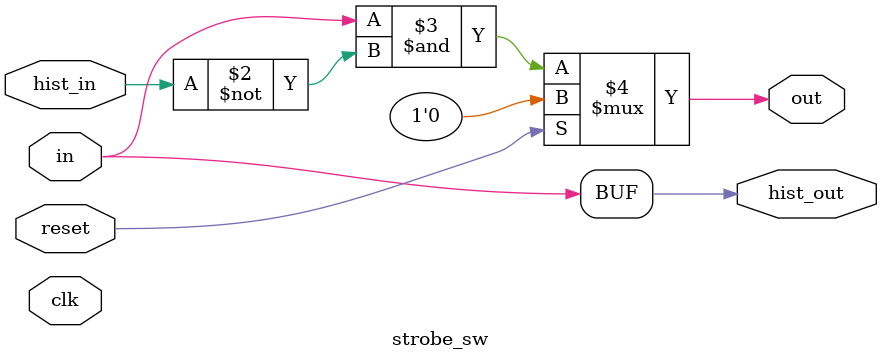
<source format=v>
module strobe_sw(
    input       clk,
    input       reset,
    input       in,
    output wire out,
    //Strobe state.
    input       hist_in,
    output reg  hist_out);

   parameter STROBE_AFTER_RESET = 0;
   parameter RESET_ZERO = 0;
   parameter RESET_ONE = 0;
   parameter FLAG_CHANGE = 0;
   
   always @(*) begin
      if(STROBE_AFTER_RESET)hist_out <= reset ? ~in : in;
      else if(RESET_ZERO)hist_out <= reset ? 1'b0 : in;
      else if(RESET_ONE)hist_out <= reset ? 1'b1 : in;
      else hist_out <= in;
   end
   
   assign out = reset ? 1'b0 :
                FLAG_CHANGE ? in!=hist_in :
                (in & ~hist_in);

endmodule

</source>
